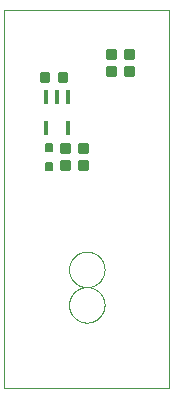
<source format=gtp>
G75*
%MOIN*%
%OFA0B0*%
%FSLAX25Y25*%
%IPPOS*%
%LPD*%
%AMOC8*
5,1,8,0,0,1.08239X$1,22.5*
%
%ADD10C,0.00000*%
%ADD11R,0.01575X0.04724*%
%ADD12C,0.00875*%
%ADD13C,0.00689*%
D10*
X0005685Y0001350D02*
X0005685Y0127334D01*
X0060804Y0127334D01*
X0060804Y0001350D01*
X0005685Y0001350D01*
X0027339Y0028909D02*
X0027341Y0029062D01*
X0027347Y0029216D01*
X0027357Y0029369D01*
X0027371Y0029521D01*
X0027389Y0029674D01*
X0027411Y0029825D01*
X0027436Y0029976D01*
X0027466Y0030127D01*
X0027500Y0030277D01*
X0027537Y0030425D01*
X0027578Y0030573D01*
X0027623Y0030719D01*
X0027672Y0030865D01*
X0027725Y0031009D01*
X0027781Y0031151D01*
X0027841Y0031292D01*
X0027905Y0031432D01*
X0027972Y0031570D01*
X0028043Y0031706D01*
X0028118Y0031840D01*
X0028195Y0031972D01*
X0028277Y0032102D01*
X0028361Y0032230D01*
X0028449Y0032356D01*
X0028540Y0032479D01*
X0028634Y0032600D01*
X0028732Y0032718D01*
X0028832Y0032834D01*
X0028936Y0032947D01*
X0029042Y0033058D01*
X0029151Y0033166D01*
X0029263Y0033271D01*
X0029377Y0033372D01*
X0029495Y0033471D01*
X0029614Y0033567D01*
X0029736Y0033660D01*
X0029861Y0033749D01*
X0029988Y0033836D01*
X0030117Y0033918D01*
X0030248Y0033998D01*
X0030381Y0034074D01*
X0030516Y0034147D01*
X0030653Y0034216D01*
X0030792Y0034281D01*
X0030932Y0034343D01*
X0031074Y0034401D01*
X0031217Y0034456D01*
X0031362Y0034507D01*
X0031508Y0034554D01*
X0031655Y0034597D01*
X0031803Y0034636D01*
X0031952Y0034672D01*
X0032102Y0034703D01*
X0032253Y0034731D01*
X0032404Y0034755D01*
X0032557Y0034775D01*
X0032709Y0034791D01*
X0032862Y0034803D01*
X0033015Y0034811D01*
X0033168Y0034815D01*
X0033322Y0034815D01*
X0033475Y0034811D01*
X0033628Y0034803D01*
X0033781Y0034791D01*
X0033933Y0034775D01*
X0034086Y0034755D01*
X0034237Y0034731D01*
X0034388Y0034703D01*
X0034538Y0034672D01*
X0034687Y0034636D01*
X0034835Y0034597D01*
X0034982Y0034554D01*
X0035128Y0034507D01*
X0035273Y0034456D01*
X0035416Y0034401D01*
X0035558Y0034343D01*
X0035698Y0034281D01*
X0035837Y0034216D01*
X0035974Y0034147D01*
X0036109Y0034074D01*
X0036242Y0033998D01*
X0036373Y0033918D01*
X0036502Y0033836D01*
X0036629Y0033749D01*
X0036754Y0033660D01*
X0036876Y0033567D01*
X0036995Y0033471D01*
X0037113Y0033372D01*
X0037227Y0033271D01*
X0037339Y0033166D01*
X0037448Y0033058D01*
X0037554Y0032947D01*
X0037658Y0032834D01*
X0037758Y0032718D01*
X0037856Y0032600D01*
X0037950Y0032479D01*
X0038041Y0032356D01*
X0038129Y0032230D01*
X0038213Y0032102D01*
X0038295Y0031972D01*
X0038372Y0031840D01*
X0038447Y0031706D01*
X0038518Y0031570D01*
X0038585Y0031432D01*
X0038649Y0031292D01*
X0038709Y0031151D01*
X0038765Y0031009D01*
X0038818Y0030865D01*
X0038867Y0030719D01*
X0038912Y0030573D01*
X0038953Y0030425D01*
X0038990Y0030277D01*
X0039024Y0030127D01*
X0039054Y0029976D01*
X0039079Y0029825D01*
X0039101Y0029674D01*
X0039119Y0029521D01*
X0039133Y0029369D01*
X0039143Y0029216D01*
X0039149Y0029062D01*
X0039151Y0028909D01*
X0039149Y0028756D01*
X0039143Y0028602D01*
X0039133Y0028449D01*
X0039119Y0028297D01*
X0039101Y0028144D01*
X0039079Y0027993D01*
X0039054Y0027842D01*
X0039024Y0027691D01*
X0038990Y0027541D01*
X0038953Y0027393D01*
X0038912Y0027245D01*
X0038867Y0027099D01*
X0038818Y0026953D01*
X0038765Y0026809D01*
X0038709Y0026667D01*
X0038649Y0026526D01*
X0038585Y0026386D01*
X0038518Y0026248D01*
X0038447Y0026112D01*
X0038372Y0025978D01*
X0038295Y0025846D01*
X0038213Y0025716D01*
X0038129Y0025588D01*
X0038041Y0025462D01*
X0037950Y0025339D01*
X0037856Y0025218D01*
X0037758Y0025100D01*
X0037658Y0024984D01*
X0037554Y0024871D01*
X0037448Y0024760D01*
X0037339Y0024652D01*
X0037227Y0024547D01*
X0037113Y0024446D01*
X0036995Y0024347D01*
X0036876Y0024251D01*
X0036754Y0024158D01*
X0036629Y0024069D01*
X0036502Y0023982D01*
X0036373Y0023900D01*
X0036242Y0023820D01*
X0036109Y0023744D01*
X0035974Y0023671D01*
X0035837Y0023602D01*
X0035698Y0023537D01*
X0035558Y0023475D01*
X0035416Y0023417D01*
X0035273Y0023362D01*
X0035128Y0023311D01*
X0034982Y0023264D01*
X0034835Y0023221D01*
X0034687Y0023182D01*
X0034538Y0023146D01*
X0034388Y0023115D01*
X0034237Y0023087D01*
X0034086Y0023063D01*
X0033933Y0023043D01*
X0033781Y0023027D01*
X0033628Y0023015D01*
X0033475Y0023007D01*
X0033322Y0023003D01*
X0033168Y0023003D01*
X0033015Y0023007D01*
X0032862Y0023015D01*
X0032709Y0023027D01*
X0032557Y0023043D01*
X0032404Y0023063D01*
X0032253Y0023087D01*
X0032102Y0023115D01*
X0031952Y0023146D01*
X0031803Y0023182D01*
X0031655Y0023221D01*
X0031508Y0023264D01*
X0031362Y0023311D01*
X0031217Y0023362D01*
X0031074Y0023417D01*
X0030932Y0023475D01*
X0030792Y0023537D01*
X0030653Y0023602D01*
X0030516Y0023671D01*
X0030381Y0023744D01*
X0030248Y0023820D01*
X0030117Y0023900D01*
X0029988Y0023982D01*
X0029861Y0024069D01*
X0029736Y0024158D01*
X0029614Y0024251D01*
X0029495Y0024347D01*
X0029377Y0024446D01*
X0029263Y0024547D01*
X0029151Y0024652D01*
X0029042Y0024760D01*
X0028936Y0024871D01*
X0028832Y0024984D01*
X0028732Y0025100D01*
X0028634Y0025218D01*
X0028540Y0025339D01*
X0028449Y0025462D01*
X0028361Y0025588D01*
X0028277Y0025716D01*
X0028195Y0025846D01*
X0028118Y0025978D01*
X0028043Y0026112D01*
X0027972Y0026248D01*
X0027905Y0026386D01*
X0027841Y0026526D01*
X0027781Y0026667D01*
X0027725Y0026809D01*
X0027672Y0026953D01*
X0027623Y0027099D01*
X0027578Y0027245D01*
X0027537Y0027393D01*
X0027500Y0027541D01*
X0027466Y0027691D01*
X0027436Y0027842D01*
X0027411Y0027993D01*
X0027389Y0028144D01*
X0027371Y0028297D01*
X0027357Y0028449D01*
X0027347Y0028602D01*
X0027341Y0028756D01*
X0027339Y0028909D01*
X0027339Y0040720D02*
X0027341Y0040873D01*
X0027347Y0041027D01*
X0027357Y0041180D01*
X0027371Y0041332D01*
X0027389Y0041485D01*
X0027411Y0041636D01*
X0027436Y0041787D01*
X0027466Y0041938D01*
X0027500Y0042088D01*
X0027537Y0042236D01*
X0027578Y0042384D01*
X0027623Y0042530D01*
X0027672Y0042676D01*
X0027725Y0042820D01*
X0027781Y0042962D01*
X0027841Y0043103D01*
X0027905Y0043243D01*
X0027972Y0043381D01*
X0028043Y0043517D01*
X0028118Y0043651D01*
X0028195Y0043783D01*
X0028277Y0043913D01*
X0028361Y0044041D01*
X0028449Y0044167D01*
X0028540Y0044290D01*
X0028634Y0044411D01*
X0028732Y0044529D01*
X0028832Y0044645D01*
X0028936Y0044758D01*
X0029042Y0044869D01*
X0029151Y0044977D01*
X0029263Y0045082D01*
X0029377Y0045183D01*
X0029495Y0045282D01*
X0029614Y0045378D01*
X0029736Y0045471D01*
X0029861Y0045560D01*
X0029988Y0045647D01*
X0030117Y0045729D01*
X0030248Y0045809D01*
X0030381Y0045885D01*
X0030516Y0045958D01*
X0030653Y0046027D01*
X0030792Y0046092D01*
X0030932Y0046154D01*
X0031074Y0046212D01*
X0031217Y0046267D01*
X0031362Y0046318D01*
X0031508Y0046365D01*
X0031655Y0046408D01*
X0031803Y0046447D01*
X0031952Y0046483D01*
X0032102Y0046514D01*
X0032253Y0046542D01*
X0032404Y0046566D01*
X0032557Y0046586D01*
X0032709Y0046602D01*
X0032862Y0046614D01*
X0033015Y0046622D01*
X0033168Y0046626D01*
X0033322Y0046626D01*
X0033475Y0046622D01*
X0033628Y0046614D01*
X0033781Y0046602D01*
X0033933Y0046586D01*
X0034086Y0046566D01*
X0034237Y0046542D01*
X0034388Y0046514D01*
X0034538Y0046483D01*
X0034687Y0046447D01*
X0034835Y0046408D01*
X0034982Y0046365D01*
X0035128Y0046318D01*
X0035273Y0046267D01*
X0035416Y0046212D01*
X0035558Y0046154D01*
X0035698Y0046092D01*
X0035837Y0046027D01*
X0035974Y0045958D01*
X0036109Y0045885D01*
X0036242Y0045809D01*
X0036373Y0045729D01*
X0036502Y0045647D01*
X0036629Y0045560D01*
X0036754Y0045471D01*
X0036876Y0045378D01*
X0036995Y0045282D01*
X0037113Y0045183D01*
X0037227Y0045082D01*
X0037339Y0044977D01*
X0037448Y0044869D01*
X0037554Y0044758D01*
X0037658Y0044645D01*
X0037758Y0044529D01*
X0037856Y0044411D01*
X0037950Y0044290D01*
X0038041Y0044167D01*
X0038129Y0044041D01*
X0038213Y0043913D01*
X0038295Y0043783D01*
X0038372Y0043651D01*
X0038447Y0043517D01*
X0038518Y0043381D01*
X0038585Y0043243D01*
X0038649Y0043103D01*
X0038709Y0042962D01*
X0038765Y0042820D01*
X0038818Y0042676D01*
X0038867Y0042530D01*
X0038912Y0042384D01*
X0038953Y0042236D01*
X0038990Y0042088D01*
X0039024Y0041938D01*
X0039054Y0041787D01*
X0039079Y0041636D01*
X0039101Y0041485D01*
X0039119Y0041332D01*
X0039133Y0041180D01*
X0039143Y0041027D01*
X0039149Y0040873D01*
X0039151Y0040720D01*
X0039149Y0040567D01*
X0039143Y0040413D01*
X0039133Y0040260D01*
X0039119Y0040108D01*
X0039101Y0039955D01*
X0039079Y0039804D01*
X0039054Y0039653D01*
X0039024Y0039502D01*
X0038990Y0039352D01*
X0038953Y0039204D01*
X0038912Y0039056D01*
X0038867Y0038910D01*
X0038818Y0038764D01*
X0038765Y0038620D01*
X0038709Y0038478D01*
X0038649Y0038337D01*
X0038585Y0038197D01*
X0038518Y0038059D01*
X0038447Y0037923D01*
X0038372Y0037789D01*
X0038295Y0037657D01*
X0038213Y0037527D01*
X0038129Y0037399D01*
X0038041Y0037273D01*
X0037950Y0037150D01*
X0037856Y0037029D01*
X0037758Y0036911D01*
X0037658Y0036795D01*
X0037554Y0036682D01*
X0037448Y0036571D01*
X0037339Y0036463D01*
X0037227Y0036358D01*
X0037113Y0036257D01*
X0036995Y0036158D01*
X0036876Y0036062D01*
X0036754Y0035969D01*
X0036629Y0035880D01*
X0036502Y0035793D01*
X0036373Y0035711D01*
X0036242Y0035631D01*
X0036109Y0035555D01*
X0035974Y0035482D01*
X0035837Y0035413D01*
X0035698Y0035348D01*
X0035558Y0035286D01*
X0035416Y0035228D01*
X0035273Y0035173D01*
X0035128Y0035122D01*
X0034982Y0035075D01*
X0034835Y0035032D01*
X0034687Y0034993D01*
X0034538Y0034957D01*
X0034388Y0034926D01*
X0034237Y0034898D01*
X0034086Y0034874D01*
X0033933Y0034854D01*
X0033781Y0034838D01*
X0033628Y0034826D01*
X0033475Y0034818D01*
X0033322Y0034814D01*
X0033168Y0034814D01*
X0033015Y0034818D01*
X0032862Y0034826D01*
X0032709Y0034838D01*
X0032557Y0034854D01*
X0032404Y0034874D01*
X0032253Y0034898D01*
X0032102Y0034926D01*
X0031952Y0034957D01*
X0031803Y0034993D01*
X0031655Y0035032D01*
X0031508Y0035075D01*
X0031362Y0035122D01*
X0031217Y0035173D01*
X0031074Y0035228D01*
X0030932Y0035286D01*
X0030792Y0035348D01*
X0030653Y0035413D01*
X0030516Y0035482D01*
X0030381Y0035555D01*
X0030248Y0035631D01*
X0030117Y0035711D01*
X0029988Y0035793D01*
X0029861Y0035880D01*
X0029736Y0035969D01*
X0029614Y0036062D01*
X0029495Y0036158D01*
X0029377Y0036257D01*
X0029263Y0036358D01*
X0029151Y0036463D01*
X0029042Y0036571D01*
X0028936Y0036682D01*
X0028832Y0036795D01*
X0028732Y0036911D01*
X0028634Y0037029D01*
X0028540Y0037150D01*
X0028449Y0037273D01*
X0028361Y0037399D01*
X0028277Y0037527D01*
X0028195Y0037657D01*
X0028118Y0037789D01*
X0028043Y0037923D01*
X0027972Y0038059D01*
X0027905Y0038197D01*
X0027841Y0038337D01*
X0027781Y0038478D01*
X0027725Y0038620D01*
X0027672Y0038764D01*
X0027623Y0038910D01*
X0027578Y0039056D01*
X0027537Y0039204D01*
X0027500Y0039352D01*
X0027466Y0039502D01*
X0027436Y0039653D01*
X0027411Y0039804D01*
X0027389Y0039955D01*
X0027371Y0040108D01*
X0027357Y0040260D01*
X0027347Y0040413D01*
X0027341Y0040567D01*
X0027339Y0040720D01*
D11*
X0027063Y0087795D03*
X0027063Y0098032D03*
X0023322Y0098032D03*
X0019582Y0098032D03*
X0019582Y0087795D03*
D12*
X0024632Y0082616D02*
X0027258Y0082616D01*
X0027258Y0079990D01*
X0024632Y0079990D01*
X0024632Y0082616D01*
X0024632Y0080864D02*
X0027258Y0080864D01*
X0027258Y0081738D02*
X0024632Y0081738D01*
X0024632Y0082612D02*
X0027258Y0082612D01*
X0027258Y0074108D02*
X0024632Y0074108D01*
X0024632Y0076734D01*
X0027258Y0076734D01*
X0027258Y0074108D01*
X0027258Y0074982D02*
X0024632Y0074982D01*
X0024632Y0075856D02*
X0027258Y0075856D01*
X0027258Y0076730D02*
X0024632Y0076730D01*
X0030632Y0074108D02*
X0033258Y0074108D01*
X0030632Y0074108D02*
X0030632Y0076734D01*
X0033258Y0076734D01*
X0033258Y0074108D01*
X0033258Y0074982D02*
X0030632Y0074982D01*
X0030632Y0075856D02*
X0033258Y0075856D01*
X0033258Y0076730D02*
X0030632Y0076730D01*
X0030632Y0082616D02*
X0033258Y0082616D01*
X0033258Y0079990D01*
X0030632Y0079990D01*
X0030632Y0082616D01*
X0030632Y0080864D02*
X0033258Y0080864D01*
X0033258Y0081738D02*
X0030632Y0081738D01*
X0030632Y0082612D02*
X0033258Y0082612D01*
X0026441Y0103409D02*
X0023815Y0103409D01*
X0023815Y0106035D01*
X0026441Y0106035D01*
X0026441Y0103409D01*
X0026441Y0104283D02*
X0023815Y0104283D01*
X0023815Y0105157D02*
X0026441Y0105157D01*
X0026441Y0106031D02*
X0023815Y0106031D01*
X0020441Y0103409D02*
X0017815Y0103409D01*
X0017815Y0106035D01*
X0020441Y0106035D01*
X0020441Y0103409D01*
X0020441Y0104283D02*
X0017815Y0104283D01*
X0017815Y0105157D02*
X0020441Y0105157D01*
X0020441Y0106031D02*
X0017815Y0106031D01*
X0040121Y0105486D02*
X0042747Y0105486D01*
X0040121Y0105486D02*
X0040121Y0108112D01*
X0042747Y0108112D01*
X0042747Y0105486D01*
X0042747Y0106360D02*
X0040121Y0106360D01*
X0040121Y0107234D02*
X0042747Y0107234D01*
X0042747Y0108108D02*
X0040121Y0108108D01*
X0040092Y0113835D02*
X0042718Y0113835D01*
X0042718Y0111209D01*
X0040092Y0111209D01*
X0040092Y0113835D01*
X0040092Y0112083D02*
X0042718Y0112083D01*
X0042718Y0112957D02*
X0040092Y0112957D01*
X0040092Y0113831D02*
X0042718Y0113831D01*
X0046092Y0113835D02*
X0048718Y0113835D01*
X0048718Y0111209D01*
X0046092Y0111209D01*
X0046092Y0113835D01*
X0046092Y0112083D02*
X0048718Y0112083D01*
X0048718Y0112957D02*
X0046092Y0112957D01*
X0046092Y0113831D02*
X0048718Y0113831D01*
X0048747Y0105486D02*
X0046121Y0105486D01*
X0046121Y0108112D01*
X0048747Y0108112D01*
X0048747Y0105486D01*
X0048747Y0106360D02*
X0046121Y0106360D01*
X0046121Y0107234D02*
X0048747Y0107234D01*
X0048747Y0108108D02*
X0046121Y0108108D01*
D13*
X0021619Y0082397D02*
X0021619Y0080085D01*
X0019551Y0080085D01*
X0019551Y0082397D01*
X0021619Y0082397D01*
X0021619Y0080773D02*
X0019551Y0080773D01*
X0019551Y0081461D02*
X0021619Y0081461D01*
X0021619Y0082149D02*
X0019551Y0082149D01*
X0021619Y0076097D02*
X0021619Y0073785D01*
X0019551Y0073785D01*
X0019551Y0076097D01*
X0021619Y0076097D01*
X0021619Y0074473D02*
X0019551Y0074473D01*
X0019551Y0075161D02*
X0021619Y0075161D01*
X0021619Y0075849D02*
X0019551Y0075849D01*
M02*

</source>
